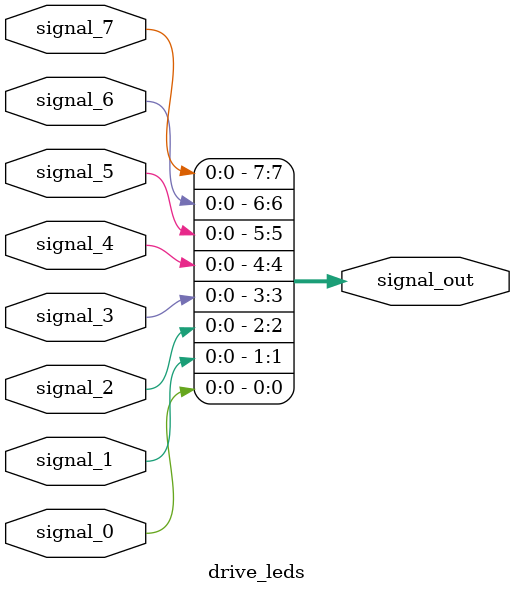
<source format=v>
`timescale 1ns / 1ps


module drive_leds(
    
    input signal_0,
    input signal_1,
    input signal_2,
    input signal_3,
    input signal_4,
    input signal_5,
    input signal_6,
    input signal_7,
    
    output [7:0] signal_out
    
    

    );
    
assign signal_out = { signal_7,signal_6,signal_5,signal_4,signal_3,signal_2,signal_1,signal_0};
endmodule

</source>
